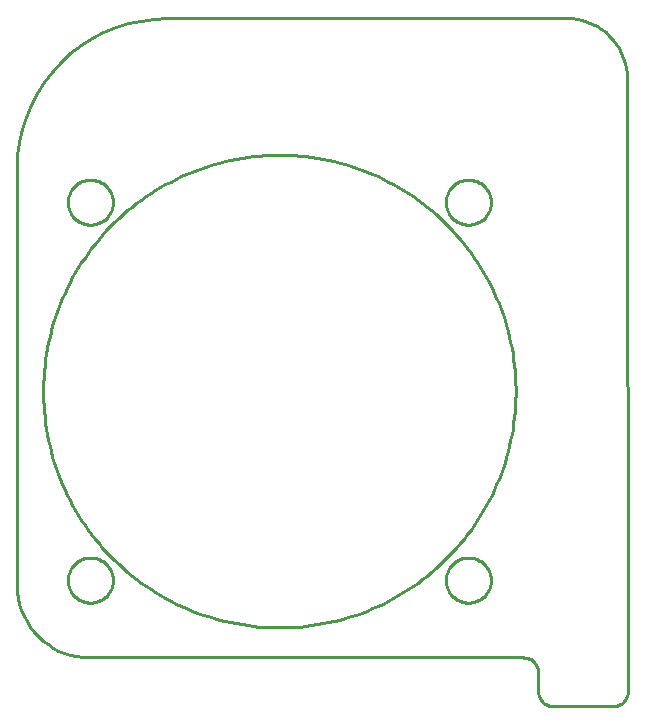
<source format=gbr>
G04 EAGLE Gerber RS-274X export*
G75*
%MOMM*%
%FSLAX34Y34*%
%LPD*%
%IN*%
%IPPOS*%
%AMOC8*
5,1,8,0,0,1.08239X$1,22.5*%
G01*
%ADD10C,0.254000*%


D10*
X0Y102235D02*
X232Y96922D01*
X926Y91649D01*
X2077Y86457D01*
X3676Y81385D01*
X5711Y76472D01*
X8167Y71755D01*
X11025Y67270D01*
X14262Y63051D01*
X17855Y59130D01*
X21776Y55537D01*
X25995Y52300D01*
X30480Y49442D01*
X35197Y46987D01*
X40110Y44951D01*
X45182Y43352D01*
X50374Y42201D01*
X55647Y41507D01*
X60960Y41275D01*
X428625Y41275D01*
X429732Y41227D01*
X430830Y41082D01*
X431912Y40842D01*
X432969Y40509D01*
X433992Y40085D01*
X434975Y39574D01*
X435909Y38978D01*
X436788Y38304D01*
X437605Y37555D01*
X438354Y36738D01*
X439028Y35859D01*
X439624Y34925D01*
X440135Y33942D01*
X440559Y32919D01*
X440892Y31862D01*
X441132Y30780D01*
X441277Y29682D01*
X441325Y28575D01*
X441325Y12700D01*
X441373Y11593D01*
X441518Y10495D01*
X441758Y9413D01*
X442091Y8356D01*
X442515Y7333D01*
X443026Y6350D01*
X443622Y5416D01*
X444296Y4537D01*
X445045Y3720D01*
X445862Y2971D01*
X446741Y2297D01*
X447675Y1701D01*
X448658Y1190D01*
X449681Y766D01*
X450738Y433D01*
X451820Y193D01*
X452918Y48D01*
X454025Y0D01*
X504625Y0D01*
X505732Y48D01*
X506830Y193D01*
X507912Y433D01*
X508969Y766D01*
X509992Y1190D01*
X510975Y1701D01*
X511909Y2297D01*
X512788Y2971D01*
X513605Y3720D01*
X514354Y4537D01*
X515028Y5416D01*
X515624Y6350D01*
X516135Y7333D01*
X516559Y8356D01*
X516892Y9413D01*
X517132Y10495D01*
X517277Y11593D01*
X517325Y12700D01*
X516602Y531767D01*
X516402Y536194D01*
X515817Y540587D01*
X514852Y544912D01*
X513513Y549136D01*
X511811Y553227D01*
X509759Y557155D01*
X507372Y560889D01*
X504670Y564400D01*
X501671Y567663D01*
X498399Y570652D01*
X494880Y573344D01*
X491139Y575720D01*
X487205Y577760D01*
X483109Y579450D01*
X478881Y580776D01*
X474553Y581729D01*
X470159Y582301D01*
X465802Y582488D01*
X127000Y582488D01*
X115931Y582004D01*
X104947Y580558D01*
X94130Y578160D01*
X83563Y574828D01*
X73327Y570589D01*
X63500Y565473D01*
X54156Y559520D01*
X45366Y552775D01*
X37197Y545290D01*
X29712Y537122D01*
X22968Y528332D01*
X17015Y518988D01*
X11899Y509160D01*
X7659Y498924D01*
X4327Y488358D01*
X1929Y477541D01*
X483Y466556D01*
X0Y455488D01*
X0Y102235D01*
X422250Y264246D02*
X422250Y269155D01*
X422130Y274062D01*
X421889Y278965D01*
X421528Y283861D01*
X421046Y288746D01*
X420445Y293618D01*
X419725Y298474D01*
X418886Y303311D01*
X417928Y308125D01*
X416853Y312915D01*
X415660Y317677D01*
X414351Y322408D01*
X412926Y327106D01*
X411386Y331767D01*
X409732Y336389D01*
X407965Y340969D01*
X406087Y345504D01*
X404097Y349992D01*
X401998Y354430D01*
X399791Y358815D01*
X397477Y363144D01*
X395058Y367415D01*
X392534Y371626D01*
X389908Y375773D01*
X387180Y379855D01*
X384354Y383868D01*
X381429Y387811D01*
X378409Y391681D01*
X375295Y395476D01*
X372089Y399193D01*
X368792Y402830D01*
X365407Y406386D01*
X361936Y409857D01*
X358380Y413242D01*
X354743Y416539D01*
X351026Y419745D01*
X347231Y422859D01*
X343361Y425879D01*
X339418Y428804D01*
X335405Y431630D01*
X331323Y434358D01*
X327176Y436984D01*
X322965Y439508D01*
X318694Y441927D01*
X314365Y444241D01*
X309980Y446448D01*
X305542Y448547D01*
X301054Y450537D01*
X296519Y452415D01*
X291939Y454182D01*
X287317Y455836D01*
X282656Y457376D01*
X277958Y458801D01*
X273227Y460110D01*
X268465Y461303D01*
X263675Y462378D01*
X258861Y463336D01*
X254024Y464175D01*
X249168Y464895D01*
X244296Y465496D01*
X239411Y465978D01*
X234515Y466339D01*
X229612Y466580D01*
X224705Y466700D01*
X219796Y466700D01*
X214888Y466580D01*
X209985Y466339D01*
X205089Y465978D01*
X200204Y465496D01*
X195332Y464895D01*
X190476Y464175D01*
X185639Y463336D01*
X180825Y462378D01*
X176035Y461303D01*
X171273Y460110D01*
X166542Y458801D01*
X161844Y457376D01*
X157183Y455836D01*
X152561Y454182D01*
X147981Y452415D01*
X143446Y450537D01*
X138958Y448547D01*
X134520Y446448D01*
X130135Y444241D01*
X125806Y441927D01*
X121535Y439508D01*
X117324Y436984D01*
X113177Y434358D01*
X109095Y431630D01*
X105082Y428804D01*
X101139Y425879D01*
X97269Y422859D01*
X93474Y419745D01*
X89757Y416539D01*
X86120Y413242D01*
X82564Y409857D01*
X79093Y406386D01*
X75708Y402830D01*
X72411Y399193D01*
X69205Y395476D01*
X66091Y391681D01*
X63071Y387811D01*
X60146Y383868D01*
X57320Y379855D01*
X54592Y375773D01*
X51966Y371626D01*
X49442Y367415D01*
X47023Y363144D01*
X44709Y358815D01*
X42502Y354430D01*
X40403Y349992D01*
X38413Y345504D01*
X36535Y340969D01*
X34768Y336389D01*
X33114Y331767D01*
X31574Y327106D01*
X30149Y322408D01*
X28840Y317677D01*
X27647Y312915D01*
X26572Y308125D01*
X25614Y303311D01*
X24775Y298474D01*
X24055Y293618D01*
X23454Y288746D01*
X22972Y283861D01*
X22611Y278965D01*
X22370Y274062D01*
X22250Y269155D01*
X22250Y264246D01*
X22370Y259338D01*
X22611Y254435D01*
X22972Y249539D01*
X23454Y244654D01*
X24055Y239782D01*
X24775Y234926D01*
X25614Y230089D01*
X26572Y225275D01*
X27647Y220485D01*
X28840Y215723D01*
X30149Y210992D01*
X31574Y206294D01*
X33114Y201633D01*
X34768Y197011D01*
X36535Y192431D01*
X38413Y187896D01*
X40403Y183408D01*
X42502Y178970D01*
X44709Y174585D01*
X47023Y170256D01*
X49442Y165985D01*
X51966Y161774D01*
X54592Y157627D01*
X57320Y153545D01*
X60146Y149532D01*
X63071Y145589D01*
X66091Y141719D01*
X69205Y137924D01*
X72411Y134207D01*
X75708Y130570D01*
X79093Y127014D01*
X82564Y123543D01*
X86120Y120158D01*
X89757Y116861D01*
X93474Y113655D01*
X97269Y110541D01*
X101139Y107521D01*
X105082Y104596D01*
X109095Y101770D01*
X113177Y99042D01*
X117324Y96416D01*
X121535Y93892D01*
X125806Y91473D01*
X130135Y89159D01*
X134520Y86952D01*
X138958Y84853D01*
X143446Y82863D01*
X147981Y80985D01*
X152561Y79218D01*
X157183Y77564D01*
X161844Y76024D01*
X166542Y74599D01*
X171273Y73290D01*
X176035Y72097D01*
X180825Y71022D01*
X185639Y70064D01*
X190476Y69225D01*
X195332Y68505D01*
X200204Y67904D01*
X205089Y67422D01*
X209985Y67061D01*
X214888Y66820D01*
X219796Y66700D01*
X224705Y66700D01*
X229612Y66820D01*
X234515Y67061D01*
X239411Y67422D01*
X244296Y67904D01*
X249168Y68505D01*
X254024Y69225D01*
X258861Y70064D01*
X263675Y71022D01*
X268465Y72097D01*
X273227Y73290D01*
X277958Y74599D01*
X282656Y76024D01*
X287317Y77564D01*
X291939Y79218D01*
X296519Y80985D01*
X301054Y82863D01*
X305542Y84853D01*
X309980Y86952D01*
X314365Y89159D01*
X318694Y91473D01*
X322965Y93892D01*
X327176Y96416D01*
X331323Y99042D01*
X335405Y101770D01*
X339418Y104596D01*
X343361Y107521D01*
X347231Y110541D01*
X351026Y113655D01*
X354743Y116861D01*
X358380Y120158D01*
X361936Y123543D01*
X365407Y127014D01*
X368792Y130570D01*
X372089Y134207D01*
X375295Y137924D01*
X378409Y141719D01*
X381429Y145589D01*
X384354Y149532D01*
X387180Y153545D01*
X389908Y157627D01*
X392534Y161774D01*
X395058Y165985D01*
X397477Y170256D01*
X399791Y174585D01*
X401998Y178970D01*
X404097Y183408D01*
X406087Y187896D01*
X407965Y192431D01*
X409732Y197011D01*
X411386Y201633D01*
X412926Y206294D01*
X414351Y210992D01*
X415660Y215723D01*
X416853Y220485D01*
X417928Y225275D01*
X418886Y230089D01*
X419725Y234926D01*
X420445Y239782D01*
X421046Y244654D01*
X421528Y249539D01*
X421889Y254435D01*
X422130Y259338D01*
X422250Y264246D01*
X381649Y407675D02*
X380500Y407745D01*
X379357Y407883D01*
X378225Y408091D01*
X377107Y408366D01*
X376008Y408709D01*
X374932Y409117D01*
X373882Y409590D01*
X372862Y410125D01*
X371877Y410720D01*
X370930Y411374D01*
X370023Y412084D01*
X369162Y412848D01*
X368348Y413662D01*
X367584Y414523D01*
X366874Y415430D01*
X366220Y416377D01*
X365625Y417362D01*
X365090Y418382D01*
X364617Y419432D01*
X364209Y420508D01*
X363866Y421607D01*
X363591Y422725D01*
X363383Y423857D01*
X363245Y425000D01*
X363175Y426149D01*
X363175Y427301D01*
X363245Y428450D01*
X363383Y429593D01*
X363591Y430725D01*
X363866Y431843D01*
X364209Y432942D01*
X364617Y434018D01*
X365090Y435068D01*
X365625Y436088D01*
X366220Y437073D01*
X366874Y438020D01*
X367584Y438927D01*
X368348Y439788D01*
X369162Y440602D01*
X370023Y441366D01*
X370930Y442076D01*
X371877Y442730D01*
X372862Y443325D01*
X373882Y443860D01*
X374932Y444333D01*
X376008Y444741D01*
X377107Y445084D01*
X378225Y445359D01*
X379357Y445567D01*
X380500Y445706D01*
X381649Y445775D01*
X382801Y445775D01*
X383950Y445706D01*
X385093Y445567D01*
X386225Y445359D01*
X387343Y445084D01*
X388442Y444741D01*
X389518Y444333D01*
X390568Y443860D01*
X391588Y443325D01*
X392573Y442730D01*
X393520Y442076D01*
X394427Y441366D01*
X395288Y440602D01*
X396102Y439788D01*
X396866Y438927D01*
X397576Y438020D01*
X398230Y437073D01*
X398825Y436088D01*
X399360Y435068D01*
X399833Y434018D01*
X400241Y432942D01*
X400584Y431843D01*
X400859Y430725D01*
X401067Y429593D01*
X401206Y428450D01*
X401275Y427301D01*
X401275Y426149D01*
X401206Y425000D01*
X401067Y423857D01*
X400859Y422725D01*
X400584Y421607D01*
X400241Y420508D01*
X399833Y419432D01*
X399360Y418382D01*
X398825Y417362D01*
X398230Y416377D01*
X397576Y415430D01*
X396866Y414523D01*
X396102Y413662D01*
X395288Y412848D01*
X394427Y412084D01*
X393520Y411374D01*
X392573Y410720D01*
X391588Y410125D01*
X390568Y409590D01*
X389518Y409117D01*
X388442Y408709D01*
X387343Y408366D01*
X386225Y408091D01*
X385093Y407883D01*
X383950Y407745D01*
X382801Y407675D01*
X381649Y407675D01*
X61649Y407675D02*
X60500Y407745D01*
X59357Y407883D01*
X58225Y408091D01*
X57107Y408366D01*
X56008Y408709D01*
X54932Y409117D01*
X53882Y409590D01*
X52862Y410125D01*
X51877Y410720D01*
X50930Y411374D01*
X50023Y412084D01*
X49162Y412848D01*
X48348Y413662D01*
X47584Y414523D01*
X46874Y415430D01*
X46220Y416377D01*
X45625Y417362D01*
X45090Y418382D01*
X44617Y419432D01*
X44209Y420508D01*
X43866Y421607D01*
X43591Y422725D01*
X43383Y423857D01*
X43245Y425000D01*
X43175Y426149D01*
X43175Y427301D01*
X43245Y428450D01*
X43383Y429593D01*
X43591Y430725D01*
X43866Y431843D01*
X44209Y432942D01*
X44617Y434018D01*
X45090Y435068D01*
X45625Y436088D01*
X46220Y437073D01*
X46874Y438020D01*
X47584Y438927D01*
X48348Y439788D01*
X49162Y440602D01*
X50023Y441366D01*
X50930Y442076D01*
X51877Y442730D01*
X52862Y443325D01*
X53882Y443860D01*
X54932Y444333D01*
X56008Y444741D01*
X57107Y445084D01*
X58225Y445359D01*
X59357Y445567D01*
X60500Y445706D01*
X61649Y445775D01*
X62801Y445775D01*
X63950Y445706D01*
X65093Y445567D01*
X66225Y445359D01*
X67343Y445084D01*
X68442Y444741D01*
X69518Y444333D01*
X70568Y443860D01*
X71588Y443325D01*
X72573Y442730D01*
X73520Y442076D01*
X74427Y441366D01*
X75288Y440602D01*
X76102Y439788D01*
X76866Y438927D01*
X77576Y438020D01*
X78230Y437073D01*
X78825Y436088D01*
X79360Y435068D01*
X79833Y434018D01*
X80241Y432942D01*
X80584Y431843D01*
X80859Y430725D01*
X81067Y429593D01*
X81206Y428450D01*
X81275Y427301D01*
X81275Y426149D01*
X81206Y425000D01*
X81067Y423857D01*
X80859Y422725D01*
X80584Y421607D01*
X80241Y420508D01*
X79833Y419432D01*
X79360Y418382D01*
X78825Y417362D01*
X78230Y416377D01*
X77576Y415430D01*
X76866Y414523D01*
X76102Y413662D01*
X75288Y412848D01*
X74427Y412084D01*
X73520Y411374D01*
X72573Y410720D01*
X71588Y410125D01*
X70568Y409590D01*
X69518Y409117D01*
X68442Y408709D01*
X67343Y408366D01*
X66225Y408091D01*
X65093Y407883D01*
X63950Y407745D01*
X62801Y407675D01*
X61649Y407675D01*
X61649Y87675D02*
X60500Y87745D01*
X59357Y87883D01*
X58225Y88091D01*
X57107Y88366D01*
X56008Y88709D01*
X54932Y89117D01*
X53882Y89590D01*
X52862Y90125D01*
X51877Y90720D01*
X50930Y91374D01*
X50023Y92084D01*
X49162Y92848D01*
X48348Y93662D01*
X47584Y94523D01*
X46874Y95430D01*
X46220Y96377D01*
X45625Y97362D01*
X45090Y98382D01*
X44617Y99432D01*
X44209Y100508D01*
X43866Y101607D01*
X43591Y102725D01*
X43383Y103857D01*
X43245Y105000D01*
X43175Y106149D01*
X43175Y107301D01*
X43245Y108450D01*
X43383Y109593D01*
X43591Y110725D01*
X43866Y111843D01*
X44209Y112942D01*
X44617Y114018D01*
X45090Y115068D01*
X45625Y116088D01*
X46220Y117073D01*
X46874Y118020D01*
X47584Y118927D01*
X48348Y119788D01*
X49162Y120602D01*
X50023Y121366D01*
X50930Y122076D01*
X51877Y122730D01*
X52862Y123325D01*
X53882Y123860D01*
X54932Y124333D01*
X56008Y124741D01*
X57107Y125084D01*
X58225Y125359D01*
X59357Y125567D01*
X60500Y125706D01*
X61649Y125775D01*
X62801Y125775D01*
X63950Y125706D01*
X65093Y125567D01*
X66225Y125359D01*
X67343Y125084D01*
X68442Y124741D01*
X69518Y124333D01*
X70568Y123860D01*
X71588Y123325D01*
X72573Y122730D01*
X73520Y122076D01*
X74427Y121366D01*
X75288Y120602D01*
X76102Y119788D01*
X76866Y118927D01*
X77576Y118020D01*
X78230Y117073D01*
X78825Y116088D01*
X79360Y115068D01*
X79833Y114018D01*
X80241Y112942D01*
X80584Y111843D01*
X80859Y110725D01*
X81067Y109593D01*
X81206Y108450D01*
X81275Y107301D01*
X81275Y106149D01*
X81206Y105000D01*
X81067Y103857D01*
X80859Y102725D01*
X80584Y101607D01*
X80241Y100508D01*
X79833Y99432D01*
X79360Y98382D01*
X78825Y97362D01*
X78230Y96377D01*
X77576Y95430D01*
X76866Y94523D01*
X76102Y93662D01*
X75288Y92848D01*
X74427Y92084D01*
X73520Y91374D01*
X72573Y90720D01*
X71588Y90125D01*
X70568Y89590D01*
X69518Y89117D01*
X68442Y88709D01*
X67343Y88366D01*
X66225Y88091D01*
X65093Y87883D01*
X63950Y87745D01*
X62801Y87675D01*
X61649Y87675D01*
X381649Y87675D02*
X380500Y87745D01*
X379357Y87883D01*
X378225Y88091D01*
X377107Y88366D01*
X376008Y88709D01*
X374932Y89117D01*
X373882Y89590D01*
X372862Y90125D01*
X371877Y90720D01*
X370930Y91374D01*
X370023Y92084D01*
X369162Y92848D01*
X368348Y93662D01*
X367584Y94523D01*
X366874Y95430D01*
X366220Y96377D01*
X365625Y97362D01*
X365090Y98382D01*
X364617Y99432D01*
X364209Y100508D01*
X363866Y101607D01*
X363591Y102725D01*
X363383Y103857D01*
X363245Y105000D01*
X363175Y106149D01*
X363175Y107301D01*
X363245Y108450D01*
X363383Y109593D01*
X363591Y110725D01*
X363866Y111843D01*
X364209Y112942D01*
X364617Y114018D01*
X365090Y115068D01*
X365625Y116088D01*
X366220Y117073D01*
X366874Y118020D01*
X367584Y118927D01*
X368348Y119788D01*
X369162Y120602D01*
X370023Y121366D01*
X370930Y122076D01*
X371877Y122730D01*
X372862Y123325D01*
X373882Y123860D01*
X374932Y124333D01*
X376008Y124741D01*
X377107Y125084D01*
X378225Y125359D01*
X379357Y125567D01*
X380500Y125706D01*
X381649Y125775D01*
X382801Y125775D01*
X383950Y125706D01*
X385093Y125567D01*
X386225Y125359D01*
X387343Y125084D01*
X388442Y124741D01*
X389518Y124333D01*
X390568Y123860D01*
X391588Y123325D01*
X392573Y122730D01*
X393520Y122076D01*
X394427Y121366D01*
X395288Y120602D01*
X396102Y119788D01*
X396866Y118927D01*
X397576Y118020D01*
X398230Y117073D01*
X398825Y116088D01*
X399360Y115068D01*
X399833Y114018D01*
X400241Y112942D01*
X400584Y111843D01*
X400859Y110725D01*
X401067Y109593D01*
X401206Y108450D01*
X401275Y107301D01*
X401275Y106149D01*
X401206Y105000D01*
X401067Y103857D01*
X400859Y102725D01*
X400584Y101607D01*
X400241Y100508D01*
X399833Y99432D01*
X399360Y98382D01*
X398825Y97362D01*
X398230Y96377D01*
X397576Y95430D01*
X396866Y94523D01*
X396102Y93662D01*
X395288Y92848D01*
X394427Y92084D01*
X393520Y91374D01*
X392573Y90720D01*
X391588Y90125D01*
X390568Y89590D01*
X389518Y89117D01*
X388442Y88709D01*
X387343Y88366D01*
X386225Y88091D01*
X385093Y87883D01*
X383950Y87745D01*
X382801Y87675D01*
X381649Y87675D01*
M02*

</source>
